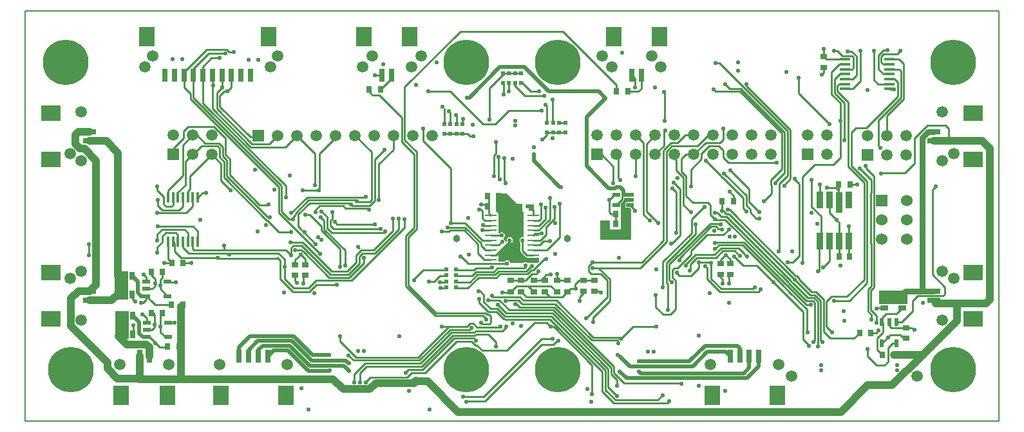
<source format=gbl>
G04*
G04 #@! TF.GenerationSoftware,Altium Limited,Altium Designer,18.1.9 (240)*
G04*
G04 Layer_Physical_Order=4*
G04 Layer_Color=16711680*
%FSLAX44Y44*%
%MOMM*%
G71*
G01*
G75*
%ADD12C,0.2540*%
%ADD13C,0.2000*%
%ADD23R,1.8000X0.7000*%
%ADD24R,2.6000X2.0000*%
%ADD25R,0.7000X1.8000*%
%ADD26R,2.0000X2.6000*%
%ADD29R,0.7000X0.9000*%
%ADD30R,0.9000X0.7000*%
%ADD31R,0.8000X0.9000*%
%ADD32R,1.0000X0.4700*%
%ADD33R,1.1000X0.6000*%
%ADD34R,0.9000X0.8000*%
%ADD41R,0.6000X0.6000*%
%ADD80C,0.5000*%
%ADD81C,1.0000*%
%ADD82C,0.7500*%
%ADD83C,1.5240*%
%ADD84R,1.5240X1.5240*%
%ADD85C,1.5000*%
%ADD86R,1.5000X1.5000*%
%ADD88C,0.5588*%
%ADD89C,6.0000*%
%ADD90R,0.3556X1.4732*%
%ADD91R,0.6500X1.1000*%
%ADD92R,1.5500X0.2500*%
%ADD93R,0.6000X0.6000*%
%ADD94R,0.9000X2.2500*%
%ADD95R,0.9000X2.8000*%
%ADD96R,0.6000X1.1000*%
%ADD97R,1.1000X0.6500*%
%ADD98R,1.4732X0.3556*%
%ADD99C,0.9652*%
G36*
X136000Y108000D02*
X118252D01*
Y145000D01*
X136000D01*
Y108000D01*
D02*
G37*
G36*
X135248Y159750D02*
X117500D01*
Y196750D01*
X135248D01*
Y159750D01*
D02*
G37*
G36*
X647000Y286000D02*
X654000D01*
Y276000D01*
X654897Y275103D01*
X654950Y242924D01*
X654000Y242144D01*
X652414Y241828D01*
X651070Y240930D01*
X650172Y239586D01*
X649856Y238000D01*
X650172Y236414D01*
X651070Y235070D01*
X651410Y234843D01*
Y224000D01*
X651607Y223009D01*
X652169Y222169D01*
X657669Y216669D01*
X658509Y216107D01*
X658980Y216014D01*
Y215980D01*
X659020D01*
X660000Y215000D01*
X676000D01*
Y210145D01*
X673855Y208000D01*
X666719D01*
X665999Y208143D01*
X665279Y208000D01*
X660494D01*
X659255Y208828D01*
X657669Y209144D01*
X656083Y208828D01*
X654844Y208000D01*
X637658D01*
X637478Y208902D01*
X636580Y210246D01*
X635236Y211145D01*
X633650Y211460D01*
X632065Y211145D01*
X630720Y210246D01*
X630493Y209906D01*
X623094D01*
X622000Y211000D01*
Y218337D01*
X637648Y233985D01*
X638586Y234172D01*
X639930Y235070D01*
X640828Y236414D01*
X641144Y238000D01*
X640828Y239586D01*
X639930Y240930D01*
X638586Y241828D01*
X637000Y242144D01*
X635414Y241828D01*
X634070Y240930D01*
X633172Y239586D01*
X632856Y238000D01*
X633070Y236926D01*
X632153Y236074D01*
X631043Y236501D01*
X630827Y237584D01*
X629929Y238929D01*
X628846Y239652D01*
X628671Y240645D01*
X628719Y241095D01*
X629430Y241570D01*
X630328Y242914D01*
X630644Y244500D01*
X630328Y246086D01*
X629430Y247430D01*
X628086Y248328D01*
X626500Y248643D01*
X624914Y248328D01*
X623570Y247430D01*
X623343Y247090D01*
X622000D01*
Y273501D01*
X619000Y276501D01*
Y299859D01*
X619100Y299900D01*
X633100D01*
X647000Y286000D01*
D02*
G37*
G36*
X800000Y293858D02*
Y288178D01*
X788730D01*
Y280938D01*
X794958D01*
X796574Y279321D01*
Y239834D01*
X796199Y238929D01*
X756007D01*
Y264000D01*
X756027Y264021D01*
X768810D01*
Y252443D01*
X769253Y252000D01*
X783270D01*
Y280938D01*
Y287235D01*
X786371Y290336D01*
X786933Y291177D01*
X787130Y292168D01*
Y293714D01*
X795000D01*
X796125Y293938D01*
X799920D01*
X800000Y293858D01*
D02*
G37*
G36*
X1160000Y154000D02*
X1123000D01*
Y172000D01*
X1160000D01*
Y154000D01*
D02*
G37*
D12*
X703000Y279128D02*
Y286250D01*
X702498Y278626D02*
X703000Y279128D01*
X1168000Y120000D02*
X1169000D01*
X1165000Y123000D02*
X1168000Y120000D01*
X547524Y249540D02*
X547650Y249666D01*
X558543Y251000D02*
X577146D01*
X557209Y249666D02*
X558543Y251000D01*
X547650Y249666D02*
X557209D01*
X577146Y251000D02*
X595441Y232705D01*
X685846Y225000D02*
X702498Y241652D01*
Y278626D01*
X668000Y225000D02*
X685846D01*
X1179997Y156000D02*
X1179998Y156000D01*
X233000Y300000D02*
X238000D01*
X227460Y294460D02*
X233000Y300000D01*
X227058Y294460D02*
X227460D01*
X142000Y114751D02*
Y126000D01*
X141750Y114502D02*
X142000Y114751D01*
X926000Y302000D02*
X931426Y296574D01*
Y289000D02*
Y296574D01*
X522882Y369342D02*
Y385000D01*
X498810Y370190D02*
X514810Y354190D01*
X498810Y370190D02*
Y439810D01*
X495000Y367000D02*
X511000Y351000D01*
X495000Y367000D02*
Y399388D01*
X702000Y393000D02*
X710000D01*
X680000Y370641D02*
X686000Y376641D01*
Y380000D01*
X702000D02*
X710000D01*
X694000D02*
X702000D01*
X686000D02*
X694000D01*
X140750Y161250D02*
X145000Y157000D01*
X140750Y161250D02*
Y167000D01*
X773000Y313237D02*
Y335410D01*
X801780Y439220D02*
Y450720D01*
X797500Y455000D02*
X801780Y450720D01*
X632000Y313237D02*
Y315000D01*
X630000Y317000D02*
X632000Y315000D01*
X630000Y317000D02*
Y346000D01*
X875000Y308750D02*
Y331252D01*
X877617Y287333D02*
X897667D01*
X868954Y295996D02*
X877617Y287333D01*
X875000Y331252D02*
X889240Y345493D01*
Y352240D01*
X899000Y362000D01*
X911894D01*
X917557Y356337D01*
Y347035D02*
Y356337D01*
X895000Y342501D02*
X901316Y336185D01*
X901241Y336111D02*
X901316Y336185D01*
X913610Y366251D02*
X918000Y370641D01*
X894560Y366251D02*
X913610D01*
X879200Y350891D02*
X894560Y366251D01*
X924647Y339945D02*
X987655D01*
X917557Y347035D02*
X924647Y339945D01*
X901241Y336111D02*
X913258Y324094D01*
X1012000Y318347D02*
Y319000D01*
Y318347D02*
X1017842Y312505D01*
X1003810Y317008D02*
X1005940Y319138D01*
X1003810Y316810D02*
Y317008D01*
X1043666Y197334D02*
Y235916D01*
X998380Y327000D02*
Y380374D01*
X998000Y327000D02*
X998380D01*
X986000Y315000D02*
X998000Y327000D01*
X1002190Y323814D02*
Y381952D01*
X1002130Y323754D02*
X1002190Y323814D01*
X1002130Y323130D02*
Y323754D01*
X991334Y312334D02*
X1002130Y323130D01*
X911359Y252964D02*
X916000D01*
X1006000Y322235D02*
Y383531D01*
X1005940Y322176D02*
X1006000Y322235D01*
X1005940Y319138D02*
Y322176D01*
X994570Y331570D02*
Y378796D01*
X980666Y317666D02*
X994570Y331570D01*
X939366Y434000D02*
X994570Y378796D01*
X940944Y437810D02*
X998380Y380374D01*
X942522Y441620D02*
X1002190Y381952D01*
X948482Y441048D02*
X1006000Y383531D01*
X916686Y320666D02*
X944000Y293352D01*
X916382Y320666D02*
X916686D01*
X913258Y323791D02*
X916382Y320666D01*
X868954Y295996D02*
Y322114D01*
X868856Y322212D02*
X868954Y322114D01*
X865144Y284558D02*
Y320536D01*
Y284558D02*
X875054Y274648D01*
X843000Y262932D02*
Y354612D01*
X839000Y237388D02*
Y356000D01*
X852421Y314000D02*
X861334Y305087D01*
X851000Y306000D02*
X856000Y301000D01*
X854972Y320000D02*
X858000D01*
X865046Y320634D02*
X865144Y320536D01*
X865046Y320634D02*
Y320954D01*
X856190Y329810D02*
X865046Y320954D01*
X863000Y328388D02*
Y345000D01*
Y328388D02*
X868856Y322532D01*
Y322212D02*
Y322532D01*
X1123500Y327000D02*
X1156400D01*
X154000Y140000D02*
X155000D01*
X160000Y135000D01*
X622000Y320580D02*
Y347491D01*
Y320580D02*
X624000Y318580D01*
X599146Y278354D02*
X600999Y276501D01*
X596449Y278354D02*
X599146D01*
X1192500Y304500D02*
X1197000Y309000D01*
X635607Y434000D02*
Y445000D01*
X1206870Y164790D02*
X1209000Y166920D01*
X1173790Y164790D02*
X1206870D01*
X1167000Y158000D02*
X1173790Y164790D01*
X1192500Y192500D02*
X1209000Y176000D01*
Y166920D02*
Y176000D01*
X1197000Y308750D02*
Y309000D01*
X1192500Y192500D02*
Y304500D01*
X1167000Y145000D02*
Y158000D01*
X1152250Y130250D02*
X1167000Y145000D01*
X1145382Y130250D02*
X1152250D01*
X914891Y227644D02*
X937730D01*
X945354Y220020D01*
Y219422D02*
X947925Y216851D01*
X945354Y219422D02*
Y220020D01*
X939041Y217810D02*
X940020D01*
X933017Y223834D02*
X939041Y217810D01*
X932001Y216999D02*
X944000Y205000D01*
X947925Y216851D02*
X949000D01*
X911670Y191648D02*
X917004Y186314D01*
Y181000D02*
Y186314D01*
X925000Y181000D02*
Y188851D01*
X923925Y189925D02*
X925000Y188851D01*
X777000Y284628D02*
X784540Y292168D01*
Y295868D01*
X786230Y297558D01*
X610000Y438000D02*
X630000Y458000D01*
X623391Y282001D02*
Y295000D01*
X636000Y169000D02*
X636375Y168625D01*
X435190Y208776D02*
Y218150D01*
X423205Y196791D02*
X435190Y208776D01*
Y218150D02*
X441850Y224810D01*
X608390Y285001D02*
X609392Y284000D01*
X599500Y285001D02*
X608390D01*
X609392Y282001D02*
Y284000D01*
X178000Y139000D02*
X182000Y143000D01*
X180000Y188475D02*
Y196000D01*
X177763Y186238D02*
X180000Y188475D01*
X177858Y178540D02*
Y186142D01*
X177763Y186238D02*
X177858Y186142D01*
Y173978D02*
Y178540D01*
X177763Y173882D02*
X177858Y173978D01*
X155000Y156000D02*
X159160Y160160D01*
X152500Y156000D02*
X155000D01*
X177763Y173882D02*
X187160Y164485D01*
X163500Y110500D02*
X177000Y97000D01*
X1054000Y307000D02*
X1065500D01*
X1103000Y186186D02*
Y313925D01*
X1080482Y163668D02*
X1103000Y186186D01*
X1059918Y163668D02*
X1080482D01*
X484200Y357500D02*
Y375878D01*
X465000Y338299D02*
X484200Y357500D01*
X465000Y291250D02*
Y338299D01*
X459351Y290027D02*
Y344351D01*
X455058Y291122D02*
Y354221D01*
X359000Y256000D02*
X382000Y233000D01*
X459351Y344351D02*
X472500Y357500D01*
X452990Y283666D02*
X459351Y290027D01*
X433400Y375878D02*
X455058Y354221D01*
X452602Y288666D02*
X455058Y291122D01*
X522882Y369342D02*
X559620Y332604D01*
X1156400Y327000D02*
X1169000Y339600D01*
Y372052D01*
X1185948Y389000D01*
X1210000D01*
X1214000Y385000D01*
Y368750D02*
Y385000D01*
X1084500Y311000D02*
X1094000D01*
X1012000Y319000D02*
Y319153D01*
X828400Y350891D02*
X840000Y362491D01*
Y381000D01*
X841472Y382472D01*
X918000Y370641D02*
Y385000D01*
X883749Y362000D02*
X898040Y376291D01*
X850388Y362000D02*
X883749D01*
X1106810Y181764D02*
Y315503D01*
X1085954Y336359D02*
X1106810Y315503D01*
X1082144Y334781D02*
X1103000Y313925D01*
X1105536Y332464D02*
X1115972Y322028D01*
X1105000Y336000D02*
X1105536Y335464D01*
Y332464D02*
Y335464D01*
X1082144Y334781D02*
Y419856D01*
X1085954Y336359D02*
Y379954D01*
X1115972Y299214D02*
Y322028D01*
X1115830Y299072D02*
X1115972Y299214D01*
X1115830Y235391D02*
Y299072D01*
Y235391D02*
X1115972Y235249D01*
X1112020Y233813D02*
Y300650D01*
X1112162Y177551D02*
Y233671D01*
X1112020Y233813D02*
X1112162Y233671D01*
Y300792D02*
Y317694D01*
X1112020Y300650D02*
X1112162Y300792D01*
X1096928Y332928D02*
X1112162Y317694D01*
X1108190Y173578D02*
X1112162Y177551D01*
X1108190Y144422D02*
Y173578D01*
Y144422D02*
X1112856Y139756D01*
Y133856D02*
Y139756D01*
X1115972Y175972D02*
Y235249D01*
X1112000Y172000D02*
X1115972Y175972D01*
X1112000Y146000D02*
Y172000D01*
Y146000D02*
X1118998Y139002D01*
Y129000D02*
Y139002D01*
X850810Y189199D02*
Y199000D01*
X853130Y201320D01*
X857863D01*
X860000Y214000D02*
X901982Y255982D01*
X860000Y211320D02*
Y214000D01*
X850330Y233330D02*
X861334Y244334D01*
X848806Y233330D02*
X850330D01*
X843000Y181922D02*
Y207901D01*
X847000Y185465D02*
Y206513D01*
X858821Y218334D01*
X843000Y207901D02*
X857243Y222144D01*
X858946Y218334D02*
X900404Y259792D01*
X857287Y222144D02*
X881352Y246209D01*
X857243Y222144D02*
X857287D01*
X858821Y218334D02*
X858946D01*
X866647Y210334D02*
X866877D01*
X863522Y207209D02*
X866647Y210334D01*
X838522Y209522D02*
X876000Y247000D01*
X838522Y176000D02*
Y209522D01*
X900404Y259792D02*
X913451D01*
X857863Y201320D02*
X863522Y206979D01*
X856484Y194974D02*
Y195152D01*
Y194974D02*
X860329Y191129D01*
X866877Y210334D02*
X875721Y219177D01*
X863522Y206979D02*
Y207209D01*
X813000Y272000D02*
X821000Y264000D01*
X813000Y272000D02*
Y346652D01*
X816810Y276190D02*
Y314810D01*
Y276190D02*
X832000Y261000D01*
X810945Y209334D02*
X839000Y237388D01*
X832000Y260320D02*
Y261000D01*
X808737Y201737D02*
X843144Y236144D01*
Y262787D01*
X843000Y262932D02*
X843144Y262787D01*
X816810Y314810D02*
X817000Y315000D01*
Y365000D01*
X828291Y376291D01*
X828400D01*
X813000Y346652D02*
X813040Y346693D01*
Y366251D01*
X803000Y376291D02*
X813040Y366251D01*
X918592Y275865D02*
Y277075D01*
X779671Y319617D02*
X782144Y317144D01*
X803000Y322449D02*
Y350891D01*
X757519D02*
X773000Y335410D01*
X752200Y350891D02*
X757519D01*
X779671Y319617D02*
Y348821D01*
X777600Y350891D02*
X779671Y348821D01*
X839000Y140000D02*
X848498D01*
X829000Y150000D02*
X839000Y140000D01*
X829000Y150000D02*
Y166000D01*
X848498Y140000D02*
X855334Y146836D01*
Y184675D01*
X850810Y189199D02*
X855334Y184675D01*
X844810Y169267D02*
Y180112D01*
X844608Y169065D02*
X844810Y169267D01*
X843000Y181922D02*
X844810Y180112D01*
X729000Y157955D02*
Y163000D01*
X734000Y168000D01*
Y170500D01*
X748000D02*
X756007D01*
X757006Y169500D01*
X765000Y163000D02*
Y185000D01*
X768810Y157810D02*
Y186578D01*
X737000Y135000D02*
X765000Y163000D01*
X756476Y193524D02*
X765000Y185000D01*
X746000Y135000D02*
X768810Y157810D01*
X754579Y200809D02*
X768810Y186578D01*
X847000Y185465D02*
X850000Y182465D01*
X844608Y146653D02*
Y169065D01*
X868856Y206560D02*
X881106Y218810D01*
X868856Y205000D02*
Y206560D01*
X875721Y219177D02*
Y224333D01*
X896388Y245000D01*
X917557D01*
X925000Y252443D01*
X221250Y425416D02*
X337144Y309522D01*
X251137Y390141D02*
X333334Y307944D01*
Y302791D02*
Y307944D01*
X337144Y301213D02*
Y309522D01*
X337000Y301068D02*
X337144Y301213D01*
X337000Y276000D02*
Y301068D01*
X333190Y302647D02*
X333334Y302791D01*
X333190Y274422D02*
Y302647D01*
X579999Y26191D02*
X604579D01*
X603000Y32000D02*
X679000Y108000D01*
X692999D01*
X604579Y26191D02*
X645974Y67585D01*
X188000Y129500D02*
X188000Y129500D01*
X196000D01*
X187160Y183485D02*
X187645Y183000D01*
X198000D01*
X579999Y25000D02*
Y26191D01*
X575999Y32000D02*
X603000D01*
X645974Y67585D02*
X646350D01*
Y67962D01*
X679388Y101000D01*
X694526D01*
X698932Y105406D01*
X700906D01*
X898040Y376291D02*
X904600D01*
X843000Y354612D02*
X850388Y362000D01*
X754579Y201737D02*
X808737D01*
X754579Y200809D02*
Y201737D01*
X746000D02*
X754579D01*
X746393Y130501D02*
Y134607D01*
X746000Y135000D02*
X746393Y134607D01*
X867999Y376291D02*
X879200D01*
X857959Y366251D02*
X867999Y376291D01*
X849251Y366251D02*
X857959D01*
X1140250Y102250D02*
X1145382D01*
X1134099Y96099D02*
X1140250Y102250D01*
X1134099Y78099D02*
Y96099D01*
X1129750Y73750D02*
X1134099Y78099D01*
X1118850Y73750D02*
X1129750D01*
X1107000Y85600D02*
Y95000D01*
Y85600D02*
X1118850Y73750D01*
X839000Y356000D02*
X849251Y366251D01*
X746000Y209334D02*
X810945D01*
X740666Y204000D02*
X746000Y209334D01*
X740666Y197334D02*
X744476Y193524D01*
X756476D01*
X740666Y197334D02*
Y204000D01*
X1120000Y93882D02*
X1126882Y87000D01*
X698250Y158750D02*
X746899Y110101D01*
X654948Y158750D02*
X698250D01*
X697165Y154000D02*
X744874Y106291D01*
X654000Y154000D02*
X697165D01*
X695776Y150000D02*
X774110Y71666D01*
X650000Y150000D02*
X695776D01*
X694388Y146000D02*
X770300Y70088D01*
X636457Y146000D02*
X694388D01*
X693000Y142000D02*
X766490Y68510D01*
X632190Y142000D02*
X693000D01*
X691612Y138000D02*
X762680Y66932D01*
X631000Y138000D02*
X691612D01*
X690224Y134000D02*
X758870Y65353D01*
X630946Y134000D02*
X690224D01*
X686147Y129000D02*
X691000Y124147D01*
X669666Y129000D02*
X686147D01*
X648666Y159334D02*
X654000Y154000D01*
X633402Y92736D02*
X669666Y129000D01*
X650364Y163334D02*
X654948Y158750D01*
X630756Y134190D02*
X630946Y134000D01*
X723000Y175334D02*
X724000Y174334D01*
X717084D02*
X724000D01*
X615666Y163334D02*
X650364D01*
X633334Y159334D02*
X648666D01*
X644000Y154000D02*
X646000D01*
X690250Y163000D02*
X705750D01*
X881352Y246209D02*
Y258648D01*
X671333Y201815D02*
X682517Y213000D01*
X685000D01*
X1134099Y109967D02*
X1137132Y113000D01*
X1126382Y102250D02*
X1134099Y109967D01*
X1158480Y123000D02*
X1165000D01*
X1053620Y124380D02*
X1061000Y117000D01*
X1053620Y124380D02*
Y157370D01*
X1059918Y163668D01*
X1090000Y109000D02*
X1097000Y116000D01*
X1058500Y109000D02*
X1090000D01*
X1049810Y117690D02*
X1058500Y109000D01*
X1017332Y186056D02*
X1033624Y169764D01*
X1017332Y186056D02*
Y188209D01*
X1014207Y191334D02*
X1017332Y188209D01*
X1012052Y191334D02*
X1014207D01*
X1011720Y191666D02*
X1012052Y191334D01*
X1011720Y191666D02*
Y192280D01*
X1049810Y117690D02*
Y159898D01*
X1039944Y169764D02*
X1049810Y159898D01*
X1033624Y169764D02*
X1039944D01*
X1063793Y158334D02*
X1083380D01*
X1106810Y181764D01*
X1147371Y427370D02*
Y445658D01*
X1151180Y425792D02*
Y461012D01*
X1154990Y424214D02*
Y470186D01*
X1106000Y386000D02*
X1147371Y427370D01*
X1142886Y450142D02*
X1147371Y445658D01*
X1121450Y396062D02*
X1151180Y425792D01*
X1148842Y463350D02*
X1151180Y461012D01*
X1133000Y402224D02*
X1154990Y424214D01*
X1148872Y476304D02*
X1154990Y470186D01*
X600782Y92736D02*
X633402D01*
X593478Y100040D02*
X600782Y92736D01*
X591415Y100040D02*
X593478D01*
X586358Y105097D02*
X591415Y100040D01*
X590092Y108907D02*
X592999Y106000D01*
X563460Y108907D02*
X590092D01*
X591649Y112717D02*
X592932Y114000D01*
X590070Y116527D02*
X592209Y118666D01*
X593877Y123666D02*
X624665D01*
X589209Y128334D02*
X593877Y123666D01*
X584791Y128334D02*
X589209D01*
X584182Y120337D02*
X586845Y123000D01*
X580604Y124147D02*
X584791Y128334D01*
X557147Y124147D02*
X580604D01*
X586845Y123000D02*
X587000D01*
X522138Y67585D02*
X563460Y108907D01*
X503585Y67585D02*
X522138D01*
X525664Y63500D02*
X567262Y105097D01*
X508042Y63500D02*
X525664D01*
X567262Y105097D02*
X586358D01*
X521165Y72000D02*
X561881Y112717D01*
X448500Y72000D02*
X521165D01*
X561881Y112717D02*
X591649D01*
X519776Y76000D02*
X560303Y116527D01*
X447000Y76000D02*
X519776D01*
X560303Y116527D02*
X590070D01*
X431380Y80000D02*
X518388D01*
X558725Y120337D02*
X584182D01*
X518388Y80000D02*
X558725Y120337D01*
X516810Y83810D02*
X557147Y124147D01*
X547411D02*
X557147D01*
X435190Y83810D02*
X516810D01*
X529999Y433999D02*
X530112Y433886D01*
X558893D01*
X601779Y391000D01*
X617638D01*
X635819Y409181D01*
X678819D01*
X693000Y394000D02*
Y423151D01*
X656865Y428485D02*
X682000D01*
X664922Y434000D02*
X675931D01*
X599000Y129832D02*
X600832Y128000D01*
X572059Y513059D02*
X706941D01*
X498810Y439810D02*
X572059Y513059D01*
X777500Y434000D02*
Y442500D01*
X706941Y513059D02*
X777500Y442500D01*
X610000Y128000D02*
X612383Y130383D01*
X514810Y253380D02*
Y354190D01*
X500000Y243958D02*
X511000Y254958D01*
Y351000D01*
X503810Y242380D02*
X514810Y253380D01*
X503810Y178882D02*
Y242380D01*
Y178882D02*
X540527Y142165D01*
X605447D01*
X607422Y140190D01*
X609930D01*
X612383Y137738D01*
Y130383D02*
Y137738D01*
X602270Y138355D02*
X606000Y134625D01*
Y134000D02*
Y134625D01*
X600832Y128000D02*
X610000D01*
X624665Y123666D02*
X624999Y124000D01*
X599000Y129000D02*
Y129832D01*
X596999Y156001D02*
X609000Y144000D01*
X619414D01*
X629034Y134380D01*
X629232D01*
X629422Y134190D01*
X630756D01*
X611849Y148000D02*
X618647D01*
X618791Y147856D01*
X620946D01*
X630612Y138190D01*
X630810D01*
X631000Y138000D01*
X603058Y156791D02*
X611849Y148000D01*
X465550Y428838D02*
X495000Y399388D01*
X500000Y177304D02*
Y243958D01*
Y177304D02*
X538949Y138355D01*
X602270D01*
X452500Y433338D02*
X457000Y428838D01*
X452500Y433338D02*
Y437000D01*
X457000Y428838D02*
X465550D01*
X545456Y191000D02*
X553500D01*
X537942Y183485D02*
X545456Y191000D01*
X522882Y199000D02*
X553500D01*
X511000Y185000D02*
Y187118D01*
X522882Y199000D01*
X531000Y183485D02*
X537942D01*
X545000Y183000D02*
X553500D01*
X546000Y175000D02*
X553500D01*
X553500Y175000D01*
X553500Y183000D02*
X553500Y183000D01*
X566500Y175000D02*
X582000D01*
X566500Y183000D02*
X584612D01*
X566500Y191000D02*
X587223D01*
X614000Y201737D02*
Y203000D01*
X566500Y199000D02*
X589835D01*
X481700Y451200D02*
Y455000D01*
X467500Y437000D02*
X481700Y451200D01*
X459601Y455000D02*
X469200D01*
X652000Y458000D02*
X654000D01*
X644000D02*
X652000D01*
X636000D02*
X644000D01*
X630000D02*
X636000D01*
X619100Y352250D02*
Y367000D01*
X616000Y349150D02*
X619100Y352250D01*
X616000Y322449D02*
Y349150D01*
X585000Y375000D02*
X589000D01*
X582000Y378000D02*
X585000Y375000D01*
X575000Y378000D02*
X582000D01*
X567000D02*
X575000D01*
X559000D02*
X567000D01*
X551000D02*
X559000D01*
X810000Y437810D02*
Y455000D01*
X806076Y433886D02*
X810000Y437810D01*
X792614Y433886D02*
X806076D01*
X792500Y434000D02*
X792614Y433886D01*
X841000Y395553D02*
Y432000D01*
X840000Y433000D02*
X841000Y432000D01*
X801780Y439220D02*
X802000Y439000D01*
X84000Y218000D02*
Y233000D01*
X629430Y429570D02*
Y445000D01*
X643607Y442608D02*
X644804Y443804D01*
X643607Y441743D02*
Y442608D01*
Y441743D02*
X656865Y428485D01*
X684000Y416000D02*
X686000Y414000D01*
Y393000D02*
Y414000D01*
X1136689Y437000D02*
X1142037D01*
X1136500Y437188D02*
X1136689Y437000D01*
X1131832Y437188D02*
X1136500D01*
X787460Y287960D02*
X790558Y291058D01*
X787460Y278540D02*
X790000Y276000D01*
X787460Y278540D02*
Y287960D01*
X790558Y291058D02*
X795000D01*
X790000Y259648D02*
Y272740D01*
X776000Y259648D02*
Y272740D01*
X802000Y277075D02*
Y277558D01*
X795000Y284558D02*
X802000Y277558D01*
X790000Y272740D02*
Y276000D01*
X770260Y272740D02*
X776000D01*
X767689Y275311D02*
X770260Y272740D01*
X767689Y275311D02*
Y290794D01*
X774453Y297558D02*
X777000D01*
X767689Y290794D02*
X774453Y297558D01*
X610000Y397000D02*
Y438000D01*
X664922Y434000D02*
X664961Y434039D01*
X654000Y445000D02*
X664961Y434039D01*
X693000Y394000D02*
X694000Y393000D01*
X551000Y391000D02*
Y411653D01*
X559000Y391000D02*
Y406319D01*
X567000Y391000D02*
Y401985D01*
X575000Y391000D02*
Y397339D01*
X723000Y175334D02*
Y180229D01*
X728271Y185500D01*
X734000D01*
X748000D01*
X381000Y310810D02*
Y352000D01*
X357200Y375800D02*
X381000Y352000D01*
X357200Y375800D02*
Y375878D01*
X387000Y305000D02*
Y352000D01*
X386000Y304000D02*
X387000Y305000D01*
X365000Y304000D02*
X386000D01*
X926799Y330201D02*
X951620Y305380D01*
X387000Y352000D02*
X408000Y373000D01*
X270690Y221000D02*
X332750D01*
X215000D02*
X268750D01*
Y219060D02*
X270690Y221000D01*
X330668Y213726D02*
X331971Y215029D01*
X254274Y213726D02*
X330668D01*
X253000Y215000D02*
X254274Y213726D01*
X261190Y224810D02*
X342884D01*
X349666Y218028D01*
X248258Y224810D02*
X261190D01*
X261380Y225000D01*
Y230620D01*
X159160Y160160D02*
Y164485D01*
X186000Y97000D02*
X187000Y98000D01*
X177000Y97000D02*
X186000D01*
X170646Y153000D02*
X192500D01*
X165645Y158000D02*
X170646Y153000D01*
X183000Y208000D02*
X193000D01*
X183750Y450250D02*
Y455000D01*
X308395Y284600D02*
X319600D01*
X268810Y324185D02*
X308395Y284600D01*
X268810Y324185D02*
Y344966D01*
X249559Y386331D02*
X263620Y372270D01*
Y350156D02*
Y372270D01*
Y350156D02*
X268810Y344966D01*
X249440Y391810D02*
Y391838D01*
X217440Y423838D02*
X249440Y391838D01*
X217440Y423838D02*
Y430560D01*
X208750Y439250D02*
X217440Y430560D01*
X208750Y439250D02*
Y455000D01*
X251109Y390141D02*
X251137D01*
X249440Y391810D02*
X251109Y390141D01*
X364791Y235000D02*
X403000Y196791D01*
X349000Y235000D02*
X364791D01*
X363068Y231000D02*
X401258Y192810D01*
X352543Y231000D02*
X363068D01*
X363341Y225000D02*
X364007Y224334D01*
X355000Y225000D02*
X363341D01*
X364007Y224334D02*
X364209D01*
X366203Y222340D01*
X343000Y264457D02*
X387457Y220000D01*
X366340Y222340D02*
X399680Y189000D01*
X366203Y222340D02*
X366340D01*
X355025Y212025D02*
X362000Y219000D01*
X368025Y212975D01*
X333218Y249000D02*
X350000D01*
X325779Y256439D02*
X333218Y249000D01*
X325779Y256439D02*
Y256763D01*
X318146Y264396D02*
X325779Y256763D01*
X317822Y264396D02*
X318146D01*
X319400Y268206D02*
X322000D01*
X387457Y220000D02*
X388000D01*
X343000Y264457D02*
Y264612D01*
X359000Y256000D02*
Y269818D01*
X333190Y274422D02*
X343000Y264612D01*
X350000Y273750D02*
X370822Y294572D01*
X355334Y273696D02*
X372401Y290762D01*
X368000Y272000D02*
X374000D01*
X359144Y272118D02*
X373979Y286952D01*
X359144Y269962D02*
Y272118D01*
X359000Y269818D02*
X359144Y269962D01*
X347000Y266000D02*
X352000D01*
Y268206D01*
X337000Y276000D02*
X347000Y266000D01*
X342750Y294750D02*
Y309305D01*
X233750Y418304D02*
X342750Y309305D01*
X245000Y478000D02*
X256000D01*
X233750Y466750D02*
X245000Y478000D01*
X233750Y455000D02*
Y466750D01*
X241334Y484000D02*
X263000D01*
X221250Y463917D02*
X241334Y484000D01*
X221250Y455000D02*
Y463917D01*
X238334Y489334D02*
X265209D01*
X208750Y459750D02*
X238334Y489334D01*
X208750Y455000D02*
Y459750D01*
X265209Y489334D02*
X268543Y486000D01*
X274000D01*
X259810Y348578D02*
Y360578D01*
X254388Y366000D02*
X259810Y360578D01*
X253000Y362000D02*
X256000Y359000D01*
Y347000D02*
Y359000D01*
X233750Y418304D02*
Y455000D01*
X246666Y410946D02*
X296698Y360914D01*
X246666Y410946D02*
Y441666D01*
X252000Y411000D02*
X298276Y364724D01*
X252000Y411000D02*
Y432750D01*
X221250Y425416D02*
Y455000D01*
X259810Y348578D02*
X265000Y343388D01*
X256000Y347000D02*
X261190Y341810D01*
X296698Y360914D02*
X342236D01*
X298276Y364724D02*
X320646D01*
X296000Y374000D02*
X299750D01*
X255810Y414190D02*
X296000Y374000D01*
X255810Y414190D02*
Y428430D01*
X236000Y366000D02*
X254388D01*
X265000Y322607D02*
Y343388D01*
X261190Y321028D02*
Y341810D01*
X342236Y360914D02*
X357200Y375878D01*
X299750Y374000D02*
X301628Y375878D01*
X319600Y284600D02*
X320000Y285000D01*
X265000Y322607D02*
X319400Y268206D01*
X214324Y388000D02*
X247862D01*
X208000Y381676D02*
X214324Y388000D01*
X208000Y372500D02*
Y381676D01*
X194600Y359100D02*
X208000Y372500D01*
X249530Y386331D02*
X249559D01*
X247862Y388000D02*
X249530Y386331D01*
X232000Y362000D02*
X253000D01*
X194600Y350891D02*
Y359100D01*
X559620Y261000D02*
Y332604D01*
X429762Y283666D02*
X452990D01*
X436334Y288666D02*
X452602D01*
X452000Y278000D02*
Y278712D01*
X450856Y279856D02*
X452000Y278712D01*
X428000Y285428D02*
X429762Y283666D01*
X417858Y283142D02*
X421144Y279856D01*
X370822Y294572D02*
X447572D01*
X447999Y294999D01*
X421144Y279856D02*
X450856D01*
X436000Y289000D02*
X436334Y288666D01*
X434238Y290762D02*
X436000Y289000D01*
X372401Y290762D02*
X434238D01*
X408000Y373000D02*
Y375878D01*
X331971Y215029D02*
X335441Y211559D01*
X248068Y225000D02*
X248258Y224810D01*
X332750Y221000D02*
X340775Y212975D01*
X196578Y223068D02*
X204606Y215040D01*
X252960D01*
X253000Y215000D01*
X222000Y225000D02*
X248068D01*
X266000Y434000D02*
X266000D01*
X261380D02*
X266000D01*
X255810Y428430D02*
X261380Y434000D01*
X266000D02*
X271000Y439000D01*
X252000Y432750D02*
X258750Y439501D01*
Y455000D01*
X301628Y375878D02*
X306400D01*
X246666Y441666D02*
X247000Y442000D01*
X320646Y364724D02*
X331800Y375878D01*
X246250Y442750D02*
Y455000D01*
Y442750D02*
X247000Y442000D01*
X271000Y454750D02*
X271250Y455000D01*
X271000Y439000D02*
Y454750D01*
X196250Y450328D02*
Y455000D01*
X283750Y451142D02*
Y455000D01*
X296250Y450892D02*
Y455000D01*
X373138Y170000D02*
X382471Y179333D01*
X352278Y170000D02*
X373138D01*
X382471Y179333D02*
X410000D01*
X398102Y185190D02*
X427768D01*
X399680Y189000D02*
X426190D01*
X401258Y192810D02*
X424612D01*
X403000Y196791D02*
X423205D01*
X429522Y185250D02*
X499000Y254729D01*
X427828Y185250D02*
X429522D01*
X427768Y185190D02*
X427828Y185250D01*
X398042D02*
X398102Y185190D01*
X383000Y185250D02*
X398042D01*
X372750Y175000D02*
X383000Y185250D01*
X352666Y175000D02*
X372750D01*
X335441Y186837D02*
X352278Y170000D01*
X335441Y186837D02*
Y211559D01*
X340775Y203000D02*
Y212975D01*
Y186891D02*
X352666Y175000D01*
X349666Y218028D02*
X349694Y218000D01*
X458305Y224810D02*
X483758Y250263D01*
X441850Y224810D02*
X458305D01*
X459883Y221000D02*
X491000Y252117D01*
X443428Y221000D02*
X459883D01*
X439000Y216572D02*
X443428Y221000D01*
X499000Y254729D02*
Y266105D01*
X340775Y186891D02*
Y203000D01*
X483758Y250263D02*
Y266559D01*
X444971Y207781D02*
Y215000D01*
X439000Y207198D02*
Y216572D01*
X491000Y252117D02*
Y266343D01*
X424612Y192810D02*
X439000Y207198D01*
X349666Y228166D02*
X351166Y229666D01*
X349666Y218028D02*
Y228166D01*
X426190Y189000D02*
X444971Y207781D01*
X351209Y229666D02*
X352543Y231000D01*
X351166Y229666D02*
X351209D01*
X355025Y184250D02*
X357275Y182000D01*
X355025Y184250D02*
Y192000D01*
X387142Y283142D02*
X417858D01*
X381791Y277791D02*
X387142Y283142D01*
X381791Y275209D02*
Y277791D01*
X426476Y286952D02*
X428000Y285428D01*
X373979Y286952D02*
X426476D01*
X689727Y266343D02*
X689999Y266071D01*
X688020Y264093D02*
X689999Y266071D01*
X689727Y266343D02*
Y294000D01*
X688020Y264021D02*
Y264093D01*
X675020Y251020D02*
X688020Y264021D01*
X668000Y251000D02*
X668020Y251020D01*
X675020D01*
X696000Y266685D02*
Y282000D01*
X691831Y262515D02*
X696000Y266685D01*
X691831Y262442D02*
Y262515D01*
X685000Y255612D02*
X691831Y262442D01*
X685000Y245473D02*
Y255612D01*
X677648Y238120D02*
X685000Y245473D01*
X677648Y238036D02*
Y238120D01*
X668000Y238000D02*
X677612D01*
X677648Y238036D01*
X678000Y285000D02*
X678290Y284710D01*
Y266291D02*
Y284710D01*
X675999Y264000D02*
X678290Y266291D01*
X668000Y264000D02*
X675999D01*
X684000Y266000D02*
Y281000D01*
X675500Y257500D02*
X684000Y266000D01*
X668000Y257500D02*
X675500D01*
X578534Y255000D02*
X599251Y234284D01*
X555000Y255000D02*
X578534D01*
X577922Y261000D02*
X600922Y238000D01*
X559620Y261000D02*
X577922D01*
X403101Y248016D02*
X473000D01*
Y249000D02*
X473540Y249540D01*
X405190Y252810D02*
X467110D01*
X467650Y253350D01*
X397000Y254117D02*
X403101Y248016D01*
X407000Y262000D02*
X410000Y259000D01*
X459351D01*
X600999Y251000D02*
X610795D01*
X602000Y257587D02*
X602270Y257857D01*
X374000Y272000D02*
X389380Y256620D01*
X352000Y268206D02*
X355334Y271540D01*
Y273696D01*
X389380Y250961D02*
Y256620D01*
Y250961D02*
X413999Y226341D01*
Y203000D02*
Y226341D01*
X389000Y268000D02*
X393190Y263810D01*
Y252539D02*
Y263810D01*
Y252539D02*
X421000Y224729D01*
Y205000D02*
Y224729D01*
X397000Y254117D02*
Y269041D01*
X389791Y276250D02*
X397000Y269041D01*
X401000Y263543D02*
X404000Y266543D01*
X401000Y257000D02*
Y263543D01*
Y257000D02*
X405190Y252810D01*
X404000Y266543D02*
Y274648D01*
X913258Y323791D02*
Y324094D01*
X918592Y326000D02*
X947810Y296782D01*
Y283983D02*
Y296782D01*
X926799Y330201D02*
X927000D01*
X951620Y288380D02*
Y305380D01*
X257380Y316562D02*
X270000Y303942D01*
X257380Y316562D02*
Y338911D01*
X245400Y350891D02*
X257380Y338911D01*
X261190Y321028D02*
X317822Y264396D01*
X220891Y350891D02*
X232000Y362000D01*
X220000Y350891D02*
X220891D01*
X225709Y376291D02*
X236000Y366000D01*
X216617Y322108D02*
X245400Y350891D01*
X216617Y305617D02*
Y322108D01*
X210810Y341701D02*
X220000Y350891D01*
X210810Y310810D02*
Y341701D01*
X200896Y300896D02*
X210810Y310810D01*
X187942Y303942D02*
X207000Y323000D01*
Y363291D01*
X220000Y376291D01*
X225709D01*
X856190Y329810D02*
Y343410D01*
X853800Y345800D02*
X856190Y343410D01*
X853800Y345800D02*
Y350891D01*
X901001Y271999D02*
X907000Y266000D01*
X901001Y271999D02*
Y284000D01*
X897667Y287333D02*
X901001Y284000D01*
X892004Y281999D02*
X892998D01*
X876000Y265996D02*
X892004Y281999D01*
X863000Y345000D02*
X868891Y350891D01*
X879200D01*
X953334Y274666D02*
Y278459D01*
X947810Y283983D02*
X953334Y278459D01*
Y274666D02*
X961352Y266648D01*
X965000D01*
X948482Y441048D02*
Y443280D01*
X998000Y311000D02*
X1003810Y316810D01*
X998000Y310000D02*
Y311000D01*
X1045000Y290750D02*
Y311000D01*
X916000Y252000D02*
Y252964D01*
X908341Y255982D02*
X911359Y252964D01*
X901982Y255982D02*
X908341D01*
X1057500Y210690D02*
Y237250D01*
X861334Y244334D02*
Y305087D01*
X886334Y209334D02*
X900666D01*
X902000Y208000D01*
X886000Y209000D02*
X886334Y209334D01*
X1049000Y202190D02*
X1057500Y210690D01*
X1049000Y202000D02*
Y202190D01*
X902000Y187000D02*
Y208000D01*
X886000Y201566D02*
Y209000D01*
X875563Y191129D02*
X886000Y201566D01*
X915000Y174000D02*
X957000D01*
X959000Y176000D01*
X860329Y191129D02*
X875563D01*
X902000Y187000D02*
X915000Y174000D01*
X986000Y313000D02*
Y315000D01*
X925952Y437810D02*
X940944D01*
X920482Y443280D02*
X925952Y437810D01*
X1046275Y238525D02*
Y269725D01*
X1034000Y282000D02*
X1046275Y269725D01*
X1045000Y237250D02*
X1046275Y238525D01*
X1043666Y235916D02*
X1045000Y237250D01*
X1041993Y197334D02*
X1043666D01*
X1034000Y282000D02*
Y317000D01*
X913422Y170190D02*
X964190D01*
X967000Y173000D01*
X856000Y247698D02*
Y301000D01*
X894131Y204000D02*
X896666Y201464D01*
Y186946D02*
Y201464D01*
Y186946D02*
X913422Y170190D01*
X894000Y204000D02*
X894131D01*
X1071476Y346976D02*
Y395553D01*
X1062500Y338000D02*
X1071476Y346976D01*
X1038305Y338000D02*
X1062500D01*
X1021653Y321348D02*
X1038305Y338000D01*
X914964Y268930D02*
X922069D01*
X909895Y274000D02*
X914964Y268930D01*
X906998Y274000D02*
X909895D01*
X876000Y247000D02*
Y265996D01*
X881106Y218810D02*
X906057D01*
X874334Y198535D02*
Y206650D01*
X873799Y198000D02*
X874334Y198535D01*
Y206650D02*
X882684Y215000D01*
X906057Y218810D02*
X914891Y227644D01*
X1017842Y217843D02*
Y312505D01*
X1009334Y209334D02*
X1017842Y217843D01*
X1002334Y209334D02*
X1009334D01*
X1021653Y208000D02*
Y321348D01*
X925926Y278074D02*
X1011720Y192280D01*
X990436Y223135D02*
X991334Y224033D01*
X923925Y278074D02*
X925926D01*
X925257Y272740D02*
X1011998Y186000D01*
X921716Y272740D02*
X925257D01*
X943089Y231454D02*
X995234Y179309D01*
X911997Y231454D02*
X943089D01*
X995234Y179056D02*
Y179309D01*
X944667Y235264D02*
X999044Y180887D01*
X920199Y265121D02*
X1002854Y182465D01*
X969605Y221395D02*
X1006664Y184336D01*
X951620Y288380D02*
X965352Y274648D01*
X944000Y280250D02*
Y293352D01*
Y280250D02*
X948000Y276250D01*
X907879Y265121D02*
X920199D01*
X1012612Y186000D02*
X1013000Y185612D01*
X918592Y275865D02*
X921716Y272740D01*
X916426Y277075D02*
X918592D01*
X1119000Y116000D02*
X1122000Y119000D01*
X1120000Y109000D02*
X1127334Y116334D01*
Y129298D01*
X1126382Y130250D02*
X1127334Y129298D01*
X1112000Y116000D02*
X1119000D01*
X1120000Y93882D02*
Y109000D01*
X1119000Y148000D02*
X1119500Y148500D01*
X1129382D01*
X1126382Y130250D02*
Y135382D01*
X1132000Y141000D01*
X1145882D01*
X1153382Y148500D01*
X1137132Y113000D02*
X1151000D01*
X1155000Y109000D01*
X1158480D01*
X1157690Y122210D02*
X1158480Y123000D01*
X1138790Y122210D02*
X1157690D01*
X1135882Y125118D02*
X1138790Y122210D01*
X1135882Y125118D02*
Y130250D01*
X1009789Y180666D02*
X1010334D01*
X1006664Y183790D02*
X1009789Y180666D01*
X1006664Y183790D02*
Y184336D01*
X1005307Y169236D02*
X1027666Y146877D01*
X1006886Y173046D02*
X1026931Y153000D01*
X1005054Y169236D02*
X1005307D01*
X995234Y179056D02*
X1005054Y169236D01*
X1006632Y173046D02*
X1006886D01*
X999044Y180634D02*
X1006632Y173046D01*
X999044Y180634D02*
Y180887D01*
X1008464Y176856D02*
X1026985Y158334D01*
X1008210Y176856D02*
X1008464D01*
X1002854Y182212D02*
X1008210Y176856D01*
X1002854Y182212D02*
Y182465D01*
X1010334Y180666D02*
X1028856Y162144D01*
X1013000Y185000D02*
Y185612D01*
Y185000D02*
X1032046Y165954D01*
X969605Y221395D02*
X969605D01*
X922069Y268930D02*
X969605Y221395D01*
X1046000Y106000D02*
X1048000Y104000D01*
X1046000Y106000D02*
Y158320D01*
X1038366Y165954D02*
X1046000Y158320D01*
X1032046Y165954D02*
X1038366D01*
X1028856Y162144D02*
X1036787D01*
X1026985Y158334D02*
X1035209D01*
X1036787Y162144D02*
X1042144Y156788D01*
Y156733D02*
Y156788D01*
X1038380Y106380D02*
Y150791D01*
X1038334D02*
X1038380D01*
X1042144Y156733D02*
X1042190Y156687D01*
X1038334Y150791D02*
Y155209D01*
X1035209Y158334D02*
X1038334Y155209D01*
X908264Y235264D02*
X944667D01*
X1026931Y153000D02*
X1033000D01*
X1027666Y118334D02*
Y146877D01*
X1023000Y106998D02*
Y144000D01*
X984000Y183000D02*
X1023000Y144000D01*
X962000Y205000D02*
X984000Y183000D01*
X944000Y205000D02*
X962000D01*
X1042190Y98000D02*
Y156687D01*
X907000Y266000D02*
X907879Y265121D01*
X913998Y259000D02*
Y259245D01*
X913451Y259792D02*
X913998Y259245D01*
X454166Y57666D02*
X502208D01*
X448000Y51499D02*
X454166Y57666D01*
X502208D02*
X508042Y63500D01*
X448000Y51000D02*
Y51499D01*
X499999Y63000D02*
Y63999D01*
X503585Y67585D01*
X592209Y118666D02*
X627208D01*
X592932Y114000D02*
X609000D01*
X619070Y98070D02*
Y103930D01*
X609000Y114000D02*
X619070Y103930D01*
X745000Y35000D02*
Y73836D01*
X694688Y124147D02*
X745000Y73836D01*
X691000Y124147D02*
X694688D01*
X916426Y277075D02*
Y289000D01*
X882684Y215000D02*
X908170D01*
X917004Y223834D01*
X907192Y226648D02*
X911997Y231454D01*
X907000Y234000D02*
X908264Y235264D01*
X917004Y223834D02*
X933017D01*
X906352Y226648D02*
X907192D01*
X207000Y208000D02*
X218000D01*
X187942Y213058D02*
X193000Y208000D01*
X187942Y213058D02*
Y236040D01*
X438000Y229000D02*
X439000Y228000D01*
X355025Y206000D02*
Y212025D01*
X368025Y206000D02*
Y212975D01*
X366025Y190000D02*
X368025Y192000D01*
X366025Y181000D02*
Y190000D01*
X713000Y170250D02*
X717084Y174334D01*
X616208Y207334D02*
X616226Y207316D01*
X611789Y207334D02*
X616208D01*
X611772Y207316D02*
X611789Y207334D01*
X582451Y207316D02*
X611772D01*
X572768Y217000D02*
X582451Y207316D01*
X604000Y212000D02*
X612000D01*
X595441Y220559D02*
X604000Y212000D01*
X595441Y220559D02*
Y232705D01*
X616208Y196666D02*
X620687Y201144D01*
X656330D01*
X592889Y196666D02*
X616208D01*
X587223Y191000D02*
X592889Y196666D01*
X584612Y183000D02*
X594467Y192856D01*
X582000Y175000D02*
X596046Y189046D01*
X571999Y217000D02*
X572768D01*
X623843Y193524D02*
X660294D01*
X619365Y189046D02*
X623843Y193524D01*
X596046Y189046D02*
X619365D01*
X622265Y197334D02*
X658716D01*
X617786Y192856D02*
X622265Y197334D01*
X594467Y192856D02*
X617786D01*
X613999Y202000D02*
Y202999D01*
X614000Y203000D01*
X616226Y207316D02*
X633650D01*
X613738Y201476D02*
X614000Y201737D01*
X592311Y201476D02*
X613738D01*
X589835Y199000D02*
X592311Y201476D01*
X599251Y231000D02*
Y234284D01*
Y231000D02*
X605251Y225000D01*
X612000D01*
X600922Y238000D02*
X612000D01*
X671855Y193856D02*
X674999Y197000D01*
X652000Y185250D02*
X657408D01*
X666013Y193856D02*
X671855D01*
X657408Y185250D02*
X666013Y193856D01*
X665435Y198666D02*
X668208D01*
X660294Y193524D02*
X665435Y198666D01*
X658716Y197334D02*
X665381Y204000D01*
X665999D01*
X671333Y201790D02*
Y201815D01*
X668208Y198666D02*
X671333Y201790D01*
X657669Y202483D02*
Y205000D01*
X656330Y201144D02*
X657669Y202483D01*
X677744Y185506D02*
X685238Y193000D01*
X699000Y194000D02*
X699000Y194000D01*
Y185250D02*
Y194000D01*
X685238Y193000D02*
X691000D01*
X609392Y284000D02*
Y295000D01*
X660591Y283000D02*
X662250D01*
X670711Y247210D02*
X679000D01*
X681458Y236542D02*
X689845D01*
X681458D02*
X681500Y236500D01*
X676500Y231500D02*
X681500Y236500D01*
X646350Y240000D02*
Y242650D01*
X646000Y243000D02*
X646350Y242650D01*
Y224350D02*
Y240000D01*
X646000Y224000D02*
X646350Y224350D01*
X646000Y224000D02*
X658000Y212000D01*
X646000Y243000D02*
X650500Y247500D01*
X618500Y218500D02*
X638000Y238000D01*
X658000Y212000D02*
X668000D01*
X650500Y247500D02*
Y281000D01*
X649500Y282000D02*
X650500Y281000D01*
X623392Y282000D02*
X649500D01*
X623391Y282001D02*
X623392Y282000D01*
X600999Y267001D02*
Y276501D01*
Y267001D02*
X604000Y264000D01*
X612000D01*
X665500Y281000D02*
X668000Y278500D01*
Y270500D02*
Y278500D01*
X609392Y282001D02*
X609392Y282000D01*
Y273108D02*
Y282000D01*
Y273108D02*
X612000Y270500D01*
X654000Y224000D02*
Y238000D01*
X612000Y218500D02*
X618500D01*
X637000Y238000D02*
X638000D01*
X622500Y231500D02*
X626999Y235999D01*
X612000Y244500D02*
X626500D01*
X668000D02*
X670711Y247210D01*
X668000Y231500D02*
X676500D01*
X654000Y224000D02*
X659500Y218500D01*
X668000D01*
X612000Y231500D02*
X622500D01*
X602000Y257587D02*
X611913D01*
X612000Y257500D01*
X611999Y251000D02*
X612000Y251000D01*
X200896Y294460D02*
Y300896D01*
X214104Y303104D02*
X216617Y305617D01*
X214104Y294460D02*
Y303104D01*
X187942Y294460D02*
Y303942D01*
X196578Y223068D02*
Y234008D01*
X194546Y236040D02*
X196578Y234008D01*
X207500Y228500D02*
X215000Y221000D01*
X207500Y228500D02*
Y236040D01*
X220454Y226546D02*
X222000Y225000D01*
X220454Y226546D02*
Y236040D01*
X200896D02*
Y244500D01*
X197896Y247500D02*
X200896Y244500D01*
X184501Y247500D02*
X197896D01*
X180084Y243083D02*
X184501Y247500D01*
X180084Y235439D02*
Y243083D01*
X173750Y229105D02*
X180084Y235439D01*
X173750Y221250D02*
Y229105D01*
X214104Y236040D02*
Y247500D01*
X209164Y252440D02*
X214104Y247500D01*
X180084Y252440D02*
X209164D01*
X173750Y246106D02*
X180084Y252440D01*
X173750Y238000D02*
Y246106D01*
X227058Y236040D02*
Y250000D01*
X220808Y256250D02*
X227058Y250000D01*
X174500Y256250D02*
X220808D01*
X194546Y294460D02*
X194600Y294406D01*
Y284600D02*
Y294406D01*
X192500Y282500D02*
X194600Y284600D01*
X185000Y282500D02*
X192500D01*
X182000Y285500D02*
X185000Y282500D01*
X182000Y285500D02*
Y295500D01*
X173750Y303750D02*
X182000Y295500D01*
X173750Y303750D02*
Y308750D01*
X207500Y282500D02*
Y294460D01*
X202560Y277560D02*
X207500Y282500D01*
X180144Y277560D02*
X202560D01*
X174250Y283454D02*
X180144Y277560D01*
X174250Y283454D02*
Y291250D01*
X220454Y282954D02*
Y294460D01*
X211250Y273750D02*
X220454Y282954D01*
X173750Y273750D02*
X211250D01*
X783500Y108500D02*
X799146Y124147D01*
X830000D01*
X414000Y105000D02*
X435190Y83810D01*
X425380Y86000D02*
X431380Y80000D01*
X425000Y86000D02*
X425380D01*
X433000Y51000D02*
Y62000D01*
X447000Y76000D01*
X440000Y51000D02*
Y63500D01*
X448500Y72000D01*
X414000Y105000D02*
Y112000D01*
X627208Y118666D02*
X632278Y123736D01*
Y124000D01*
X621000Y153190D02*
X632190Y142000D01*
X831418Y27418D02*
X838000Y34000D01*
X776204Y27418D02*
X831418D01*
X844608Y23608D02*
X847000Y26000D01*
X774004Y23608D02*
X844608D01*
X758870Y38742D02*
X774004Y23608D01*
X758870Y38742D02*
Y65353D01*
X763622Y40000D02*
X776204Y27418D01*
X763000Y40000D02*
X763622D01*
X763000D02*
Y42778D01*
X762680Y43097D02*
X763000Y42778D01*
X762680Y43097D02*
Y66932D01*
X603058Y156791D02*
Y165942D01*
X598506Y170494D02*
X603058Y165942D01*
X596999Y156001D02*
Y161000D01*
X596284Y170494D02*
X598506D01*
X766490Y44675D02*
Y68510D01*
X770300Y61602D02*
X778166Y53736D01*
X770300Y61602D02*
Y70088D01*
X774110Y63180D02*
Y71666D01*
Y63180D02*
X787290Y50000D01*
X608392Y159000D02*
X623457D01*
X636457Y146000D01*
X614000Y165000D02*
X615666Y163334D01*
X632000Y158000D02*
X633334Y159334D01*
X646000Y154000D02*
X650000Y150000D01*
X160000Y110500D02*
X163500D01*
X178000Y124000D02*
Y139000D01*
Y117000D02*
Y124000D01*
X170250Y127000D02*
Y140750D01*
Y123250D02*
Y127000D01*
X171000Y181000D02*
Y187000D01*
Y178000D02*
Y181000D01*
X159160Y183485D02*
Y189840D01*
X156000Y193000D02*
X159160Y189840D01*
X160000Y129500D02*
Y135000D01*
X746899Y110101D02*
X781899D01*
X744874Y106291D02*
X778166D01*
X781899Y110101D02*
X783500Y108500D01*
X766490Y44675D02*
X778413Y32752D01*
X778166Y46000D02*
Y53736D01*
X787290Y50000D02*
X861876D01*
X863000Y48876D01*
X779444Y102556D02*
Y105012D01*
X778166Y106291D02*
X779444Y105012D01*
X627000Y169000D02*
X636000D01*
X636375Y168625D02*
X638000Y170250D01*
X645750Y178000D02*
X661250D01*
X638000Y170250D02*
X645750Y178000D01*
X652000Y170250D02*
X659250Y163000D01*
X690250D01*
X683000Y170250D02*
X690250Y163000D01*
X705750D02*
X713000Y170250D01*
X661250Y178000D02*
X691250D01*
X699000Y170250D01*
X661250Y178000D02*
X669000Y170250D01*
X638000Y185250D02*
X652000D01*
X669000Y185250D02*
X678000D01*
X677744Y185506D02*
X678000Y185250D01*
X669000Y185250D02*
X669000Y185250D01*
X699000Y185250D02*
X702165Y187250D01*
X699000Y185250D02*
X713000D01*
X1121450Y362550D02*
Y396062D01*
Y362550D02*
X1124000Y360000D01*
X1133000Y375650D02*
Y402224D01*
X1092000Y386000D02*
X1106000D01*
X1071476Y395553D02*
Y418880D01*
X1060000Y430356D02*
X1071476Y418880D01*
X1060000Y430356D02*
Y459813D01*
X1076810Y370000D02*
Y419190D01*
X1064000Y432000D02*
X1076810Y419190D01*
X1064000Y432000D02*
Y450000D01*
X1068000Y434000D02*
X1082144Y419856D01*
X1068000Y434000D02*
Y442000D01*
X1085954Y379954D02*
X1092000Y386000D01*
X1017000Y432001D02*
X1057667Y391334D01*
X1069888Y469700D02*
X1078080D01*
X1060000Y459813D02*
X1069888Y469700D01*
X1064000Y450000D02*
X1070746Y456746D01*
X1078080D01*
X1068000Y442000D02*
X1069792Y443792D01*
X1078080D01*
X1088188Y437188D02*
X1098472Y447472D01*
X1078080Y437188D02*
X1088188D01*
X1047000Y456000D02*
X1050000Y459000D01*
Y465500D01*
Y479500D02*
Y490000D01*
Y479500D02*
X1053196Y476304D01*
X1078080D01*
X1136500Y450142D02*
X1142886D01*
X1065500Y307000D02*
X1069500Y303000D01*
X1030000Y99000D02*
Y99998D01*
X1023000Y106998D02*
X1030000Y99998D01*
X1035943Y103943D02*
X1038380Y106380D01*
X1027666Y118334D02*
X1029000Y117000D01*
X980666Y310791D02*
Y317666D01*
Y310791D02*
X981000Y310457D01*
Y299796D02*
Y310457D01*
X970852Y289648D02*
X981000Y299796D01*
X991334Y224033D02*
Y312334D01*
X907873Y471063D02*
X912894D01*
X942337Y441620D01*
X942522D01*
X907810Y434000D02*
X939366D01*
X904810Y437000D02*
X907810Y434000D01*
X1017000Y432001D02*
Y452000D01*
X1069500Y289000D02*
X1070500Y288000D01*
X1069500Y289000D02*
Y303000D01*
Y311000D01*
X1066500Y265000D02*
X1070500Y261000D01*
X1057500Y274000D02*
X1066500Y265000D01*
X1057500Y274000D02*
Y290750D01*
X1070500Y237250D02*
Y261000D01*
X1083000Y237250D02*
Y256000D01*
X1069810Y217000D02*
X1070500Y217690D01*
Y237250D01*
X1083000Y217810D02*
X1083810Y217000D01*
X1083000Y217810D02*
Y237250D01*
X920500Y218500D02*
X920750D01*
X914000Y212000D02*
X920500Y218500D01*
X920750D02*
X921500D01*
X927000Y213000D01*
X914000Y207000D02*
Y212000D01*
X927000Y207000D02*
Y213000D01*
X923925Y189925D02*
X927000Y193000D01*
X1136500Y476304D02*
X1148872D01*
X154500Y110500D02*
X160000D01*
X159160Y164485D02*
X165645Y158000D01*
X122750Y111750D02*
Y114502D01*
X1080972Y487046D02*
X1086342D01*
X1092810Y480578D01*
Y455095D02*
Y480578D01*
X1087858Y450142D02*
X1092810Y455095D01*
X1078080Y450142D02*
X1087858D01*
X1098472Y447472D02*
Y487322D01*
X1128322Y488322D02*
X1133473D01*
X1121621Y481621D02*
X1128322Y488322D01*
X1121621Y463379D02*
Y481621D01*
Y463379D02*
X1128254Y456746D01*
X1136500D01*
X1146094Y483000D02*
X1150972Y487878D01*
X1135693Y483000D02*
X1146094D01*
X1135682Y482988D02*
X1135693Y483000D01*
X1128377Y482988D02*
X1135682D01*
X1125431Y480043D02*
X1128377Y482988D01*
X1125431Y472569D02*
Y480043D01*
Y472569D02*
X1128299Y469700D01*
X1136500D01*
X168000Y143000D02*
X170250Y140750D01*
X167000Y120000D02*
X170250Y123250D01*
X160000Y120000D02*
X167000D01*
X166000Y192000D02*
Y196000D01*
Y192000D02*
X171000Y187000D01*
X166985Y173985D02*
X171000Y178000D01*
X159160Y173985D02*
X166985D01*
X184501Y110500D02*
X188000D01*
X178000Y117000D02*
X184501Y110500D01*
X1115972Y449028D02*
Y487822D01*
Y449028D02*
X1121208Y443792D01*
X1136500D01*
Y463350D02*
X1148842D01*
X1078080D02*
X1087038D01*
X1089000Y465313D01*
Y479000D01*
X1087000Y481000D02*
X1089000Y479000D01*
X1074324Y481000D02*
X1087000D01*
X1068002Y487322D02*
X1074324Y481000D01*
X1063000Y487322D02*
X1068002D01*
D13*
X0Y0D02*
X1280000D01*
Y540000D01*
X0D02*
X1280000D01*
X0Y0D02*
Y540000D01*
D23*
X85000Y381250D02*
D03*
Y368750D02*
D03*
Y171250D02*
D03*
Y158750D02*
D03*
X1195000Y368750D02*
D03*
Y381250D02*
D03*
Y158750D02*
D03*
Y171250D02*
D03*
D24*
X34000Y405250D02*
D03*
Y344750D02*
D03*
Y195250D02*
D03*
Y134750D02*
D03*
X1246000Y344750D02*
D03*
Y405250D02*
D03*
Y134750D02*
D03*
Y195250D02*
D03*
D25*
X258750Y455000D02*
D03*
X246250D02*
D03*
X233750D02*
D03*
X296250D02*
D03*
X283750D02*
D03*
X271250D02*
D03*
X221250D02*
D03*
X208750D02*
D03*
X196250D02*
D03*
X183750D02*
D03*
X964500Y85000D02*
D03*
X927000D02*
D03*
X939500D02*
D03*
X952000D02*
D03*
X318750D02*
D03*
X281250D02*
D03*
X293750D02*
D03*
X306250D02*
D03*
X481700Y455000D02*
D03*
X469200D02*
D03*
X810000Y455000D02*
D03*
X797500D02*
D03*
X150500Y85000D02*
D03*
X163000D02*
D03*
D26*
X320250Y506000D02*
D03*
X159750D02*
D03*
X903000Y34000D02*
D03*
X988500D02*
D03*
X257250D02*
D03*
X342750D02*
D03*
X505700Y506000D02*
D03*
X445200D02*
D03*
X834000Y506000D02*
D03*
X773500D02*
D03*
X126500Y34000D02*
D03*
X187000D02*
D03*
D29*
X467500Y437000D02*
D03*
X452500D02*
D03*
X650500Y281000D02*
D03*
X665500D02*
D03*
X792500Y434000D02*
D03*
X777500D02*
D03*
X1084500Y311000D02*
D03*
X1069500D02*
D03*
X1112000Y116000D02*
D03*
X1097000D02*
D03*
X931426Y289000D02*
D03*
X916426D02*
D03*
X202000Y98000D02*
D03*
X187000D02*
D03*
X1126882Y87000D02*
D03*
X1141882D02*
D03*
X207500Y153000D02*
D03*
X192500D02*
D03*
D30*
X638000Y170250D02*
D03*
Y185250D02*
D03*
X652000Y170250D02*
D03*
Y185250D02*
D03*
X669000Y170250D02*
D03*
Y185250D02*
D03*
X683000Y170250D02*
D03*
Y185250D02*
D03*
X699000Y170250D02*
D03*
Y185250D02*
D03*
X734000Y170500D02*
D03*
Y185500D02*
D03*
X748000Y170500D02*
D03*
Y185500D02*
D03*
X713000Y170250D02*
D03*
Y185250D02*
D03*
D31*
X180000Y196000D02*
D03*
X166000D02*
D03*
X621999Y296000D02*
D03*
X607999D02*
D03*
X622000Y283000D02*
D03*
X608000D02*
D03*
X1069810Y217000D02*
D03*
X1083810D02*
D03*
X207000Y208000D02*
D03*
X193000D02*
D03*
X166000Y142000D02*
D03*
X180000D02*
D03*
X790000Y259648D02*
D03*
X776000D02*
D03*
Y272740D02*
D03*
X790000D02*
D03*
D32*
X795000Y297558D02*
D03*
Y284558D02*
D03*
X777000Y297558D02*
D03*
Y284558D02*
D03*
X795000Y291058D02*
D03*
D33*
X188000Y110500D02*
D03*
Y129500D02*
D03*
X160000D02*
D03*
Y120000D02*
D03*
Y110500D02*
D03*
X187160Y164485D02*
D03*
Y183485D02*
D03*
X159160D02*
D03*
Y173985D02*
D03*
Y164485D02*
D03*
D34*
X368025Y192000D02*
D03*
Y206000D02*
D03*
X355025Y192000D02*
D03*
Y206000D02*
D03*
X1050000Y479500D02*
D03*
Y465500D02*
D03*
X1158480Y109000D02*
D03*
Y123000D02*
D03*
X927000Y207000D02*
D03*
Y193000D02*
D03*
X914000Y207000D02*
D03*
Y193000D02*
D03*
D41*
X566500Y175750D02*
D03*
Y183750D02*
D03*
Y191750D02*
D03*
Y199750D02*
D03*
X553500D02*
D03*
Y191750D02*
D03*
Y183750D02*
D03*
Y175750D02*
D03*
D80*
X781290Y85432D02*
X794723Y72000D01*
X897000Y91000D02*
X921000D01*
X878000Y72000D02*
X897000Y91000D01*
X794723Y72000D02*
X878000D01*
X738000Y336000D02*
X767327Y306673D01*
X775719D01*
X777046Y308000D02*
X782000D01*
X775719Y306673D02*
X777046Y308000D01*
X372294Y65706D02*
X400117D01*
X786230Y297558D02*
X795000D01*
X782000Y308000D02*
X786230Y303770D01*
X656000Y466000D02*
X688000Y434000D01*
X624000Y466000D02*
X656000D01*
X584000Y426000D02*
X624000Y466000D01*
X688000Y434000D02*
X754000D01*
X763000Y425000D01*
X581000Y426000D02*
X584000D01*
X786230Y297558D02*
Y303770D01*
X738000Y336000D02*
Y400000D01*
X763000Y425000D01*
X668501Y342501D02*
X703002Y308000D01*
X704331D01*
X668501Y342501D02*
Y351000D01*
X777000Y284558D02*
Y284628D01*
X790514Y56460D02*
X948961D01*
X809211Y62730D02*
X944730D01*
X948961Y56460D02*
X964501Y72000D01*
X148000Y169000D02*
Y183750D01*
Y169000D02*
X152515Y164485D01*
X140750Y191000D02*
X148000Y183750D01*
X419000Y73000D02*
X426000Y66000D01*
X373867Y73000D02*
X419000D01*
X152515Y164485D02*
X159160D01*
X150000Y115000D02*
X154500Y110500D01*
X150000Y115000D02*
Y130252D01*
X141750Y138502D02*
X150000Y130252D01*
X345000Y93000D02*
X372294Y65706D01*
X326750Y93000D02*
X345000D01*
X318750Y85000D02*
X326750Y93000D01*
X347597Y99270D02*
X373867Y73000D01*
X311966Y99270D02*
X347597D01*
X306250Y93554D02*
X311966Y99270D01*
X306250Y85000D02*
Y93554D01*
X421597Y79270D02*
X424867Y76000D01*
X376464Y79270D02*
X421597D01*
X350194Y105540D02*
X376464Y79270D01*
X306000Y105540D02*
X350194D01*
X293750Y93290D02*
X306000Y105540D01*
X293750Y85000D02*
Y93290D01*
X377791Y86811D02*
X399971D01*
X352791Y111810D02*
X377791Y86811D01*
X295810Y111810D02*
X352791D01*
X281250Y97250D02*
X295810Y111810D01*
X281250Y85000D02*
Y97250D01*
X964501Y72000D02*
Y85000D01*
X781722Y65252D02*
X790514Y56460D01*
X952000Y70000D02*
Y85000D01*
X944730Y62730D02*
X952000Y70000D01*
X807000Y64941D02*
X809211Y62730D01*
X939500Y85000D02*
Y95500D01*
X936000Y99000D02*
X939500Y95500D01*
X894000Y99000D02*
X936000D01*
X873270Y78270D02*
X894000Y99000D01*
X807730Y78270D02*
X873270D01*
X807000Y79000D02*
X807730Y78270D01*
X921000Y91000D02*
X927000Y85000D01*
D81*
X93064Y179314D02*
Y343160D01*
X77494Y358730D02*
X93064Y343160D01*
X71994Y358730D02*
X77494D01*
X1179500Y86500D02*
X1225000Y132000D01*
X205000Y133318D02*
Y150499D01*
Y55000D02*
Y110000D01*
X66000Y364724D02*
X71994Y358730D01*
X1197209Y155000D02*
X1225000D01*
Y132000D02*
Y155000D01*
X1263250D02*
X1268000Y159750D01*
X1225000Y155000D02*
X1263250D01*
X1214000Y368750D02*
X1258250D01*
X1195000D02*
X1214000D01*
X205064Y110064D02*
Y133254D01*
X205000Y110000D02*
X205064Y110064D01*
X205000Y133318D02*
X205064Y133254D01*
X85000Y171250D02*
X93064Y179314D01*
X205000Y55000D02*
X405000D01*
X151000D02*
X205000D01*
X511000Y50000D02*
X514000Y53000D01*
X461000Y50000D02*
X511000D01*
X514000Y53000D02*
X515000Y52000D01*
X529000D01*
X452936Y41936D02*
X461000Y50000D01*
X418064Y41936D02*
X452936D01*
X405000Y55000D02*
X418064Y41936D01*
X151000Y56000D02*
Y84500D01*
Y55000D02*
Y56000D01*
X121000D02*
X151000D01*
X150500Y85000D02*
X151000Y84500D01*
X1140000Y47000D02*
X1179500Y86500D01*
X1179000Y87000D02*
X1179500Y86500D01*
X1141882Y87000D02*
X1179000D01*
X1107500Y47000D02*
X1140000D01*
X1268000Y159750D02*
Y359000D01*
X1258250Y368750D02*
X1268000Y359000D01*
X60230Y124770D02*
X108000Y77000D01*
Y69000D02*
Y77000D01*
Y69000D02*
X121000Y56000D01*
X60230Y124770D02*
Y161230D01*
X163000Y85000D02*
Y97000D01*
X159000Y101000D02*
X163000Y97000D01*
X133500Y101000D02*
X159000D01*
X113500Y158750D02*
X121750Y167000D01*
X85000Y158750D02*
X113500D01*
X121750Y191000D02*
Y353251D01*
X106250Y368750D02*
X121750Y353251D01*
X85000Y368750D02*
X106250D01*
X70250Y381250D02*
X85000D01*
X66000Y377000D02*
X70250Y381250D01*
X66000Y364724D02*
Y377000D01*
X569001Y12000D02*
X928000D01*
X1072500D01*
X1107500Y47000D01*
X529000Y52000D02*
X569001Y12000D01*
X60230Y161230D02*
X70250Y171250D01*
X85000D01*
X122750Y111750D02*
X133500Y101000D01*
D82*
X1179500Y171250D02*
X1195000D01*
X1157132D02*
X1179500D01*
Y373500D01*
X1187250Y381250D01*
X1195000D01*
X1153382Y167500D02*
X1157132Y171250D01*
D83*
X1159010Y239600D02*
D03*
Y265000D02*
D03*
Y290400D02*
D03*
X1125990Y239600D02*
D03*
Y265000D02*
D03*
D84*
Y290400D02*
D03*
D85*
X980800Y376291D02*
D03*
Y350891D02*
D03*
X955400Y376291D02*
D03*
Y350891D02*
D03*
X930000Y376291D02*
D03*
Y350891D02*
D03*
X904600Y376291D02*
D03*
Y350891D02*
D03*
X879200Y376291D02*
D03*
Y350891D02*
D03*
X853800Y376291D02*
D03*
Y350891D02*
D03*
X828400Y376291D02*
D03*
Y350891D02*
D03*
X803000Y376291D02*
D03*
Y350891D02*
D03*
X777600Y376291D02*
D03*
Y350891D02*
D03*
X752200Y376291D02*
D03*
X331800Y375878D02*
D03*
X382600D02*
D03*
X408000D02*
D03*
X433400D02*
D03*
X458800D02*
D03*
X484200D02*
D03*
X509600D02*
D03*
X535000D02*
D03*
X357200D02*
D03*
X245400Y376291D02*
D03*
Y350891D02*
D03*
X220000Y376291D02*
D03*
Y350891D02*
D03*
X194600Y376291D02*
D03*
X1054400Y376400D02*
D03*
Y351000D02*
D03*
X1029000Y376400D02*
D03*
X1107600Y375650D02*
D03*
X1133000Y350250D02*
D03*
Y375650D02*
D03*
X1158400Y350250D02*
D03*
Y375650D02*
D03*
X59000Y187750D02*
D03*
Y352250D02*
D03*
X1221000D02*
D03*
Y187750D02*
D03*
X322250Y466000D02*
D03*
X157750D02*
D03*
X167750Y481000D02*
D03*
X332250D02*
D03*
X1172250Y59000D02*
D03*
X1007750D02*
D03*
X901000Y74000D02*
D03*
X990500D02*
D03*
X255250D02*
D03*
X344750D02*
D03*
X456000Y481000D02*
D03*
X520500D02*
D03*
X507700Y466000D02*
D03*
X443200D02*
D03*
X759000Y481000D02*
D03*
X823500D02*
D03*
X836000Y466000D02*
D03*
X771500D02*
D03*
X74000Y407250D02*
D03*
Y342750D02*
D03*
Y197250D02*
D03*
Y132750D02*
D03*
X1206000Y342750D02*
D03*
Y407250D02*
D03*
Y132750D02*
D03*
Y197250D02*
D03*
X124500Y74000D02*
D03*
X189000D02*
D03*
D86*
X752200Y350891D02*
D03*
X306400Y375878D02*
D03*
X194600Y350891D02*
D03*
X1029000Y351000D02*
D03*
X1107600Y350250D02*
D03*
D88*
X779000Y87000D02*
D03*
X1169000Y120000D02*
D03*
X1179998Y156000D02*
D03*
X238000Y300000D02*
D03*
X142000Y126000D02*
D03*
X1071500Y204500D02*
D03*
X926000Y302000D02*
D03*
X347775Y323000D02*
D03*
X693000Y372000D02*
D03*
X644392Y395553D02*
D03*
X522882Y385000D02*
D03*
X680000Y370641D02*
D03*
X145000Y157000D02*
D03*
X773000Y313237D02*
D03*
X557000Y408000D02*
D03*
X632000Y313237D02*
D03*
X630000Y346000D02*
D03*
X641000Y345144D02*
D03*
X875000Y308750D02*
D03*
X895000Y342501D02*
D03*
X987655Y339945D02*
D03*
X852421Y314000D02*
D03*
X851000Y306000D02*
D03*
X858000Y320000D02*
D03*
X400722Y66311D02*
D03*
X154000Y140000D02*
D03*
X622000Y347491D02*
D03*
X596449Y278354D02*
D03*
X1197000Y308750D02*
D03*
X940020Y217810D02*
D03*
X932001Y216999D02*
D03*
X949000Y216851D02*
D03*
X917004Y181000D02*
D03*
X925000D02*
D03*
X926586Y242648D02*
D03*
X933017D02*
D03*
X925295Y156000D02*
D03*
X900000Y168429D02*
D03*
X1000746Y460000D02*
D03*
X762624Y259024D02*
D03*
X340525Y169525D02*
D03*
X380525Y168429D02*
D03*
X641036Y128334D02*
D03*
X389586Y238260D02*
D03*
X385000Y242000D02*
D03*
X177858Y178540D02*
D03*
X152500Y156000D02*
D03*
X207500Y154000D02*
D03*
Y139000D02*
D03*
X171000Y102500D02*
D03*
X1054000Y307000D02*
D03*
X465000Y291250D02*
D03*
X472500Y357500D02*
D03*
X1125000Y326000D02*
D03*
X1094000Y311000D02*
D03*
X1012000Y319000D02*
D03*
X841472Y382472D02*
D03*
X918000Y385000D02*
D03*
X1105000Y336000D02*
D03*
X1096928Y332928D02*
D03*
X1112856Y133856D02*
D03*
X1118998Y129000D02*
D03*
X860000Y211320D02*
D03*
X848806Y233330D02*
D03*
X856484Y195152D02*
D03*
X821000Y264000D02*
D03*
X832000Y260320D02*
D03*
X782144Y317144D02*
D03*
X803000Y322449D02*
D03*
X829000Y166000D02*
D03*
X729000Y157955D02*
D03*
X757006Y169500D02*
D03*
X838522Y176000D02*
D03*
X850000Y182465D02*
D03*
X868856Y205000D02*
D03*
X925000Y252443D02*
D03*
X514000Y442500D02*
D03*
X541000Y472500D02*
D03*
X328000Y305000D02*
D03*
X744262Y25514D02*
D03*
X196000Y129500D02*
D03*
X198000Y183000D02*
D03*
X579999Y25000D02*
D03*
X575999Y32000D02*
D03*
X700906Y105406D02*
D03*
X692999Y108000D02*
D03*
X746000Y201737D02*
D03*
X746393Y130501D02*
D03*
X1107000Y95000D02*
D03*
X746000Y209334D02*
D03*
X737000Y135000D02*
D03*
X1127334Y89000D02*
D03*
X1192500Y102000D02*
D03*
X724000Y174334D02*
D03*
X644000Y154000D02*
D03*
X781000Y215000D02*
D03*
X830000Y200000D02*
D03*
X881352Y258648D02*
D03*
X685000Y213000D02*
D03*
X1134099Y109967D02*
D03*
X1076000Y144313D02*
D03*
X1077000Y131513D02*
D03*
X1061000Y117000D02*
D03*
X1063793Y158334D02*
D03*
X587000Y123000D02*
D03*
X678819Y409181D02*
D03*
X693000Y423151D02*
D03*
X682000Y428485D02*
D03*
X675931Y434000D02*
D03*
X606000Y134000D02*
D03*
X599000Y129000D02*
D03*
X511000Y185000D02*
D03*
X531000Y183485D02*
D03*
X545000Y183000D02*
D03*
X546000Y175000D02*
D03*
X529999Y433999D02*
D03*
X459601Y455000D02*
D03*
X471000Y470000D02*
D03*
X589000Y375000D02*
D03*
X588000Y390000D02*
D03*
X785000Y485000D02*
D03*
X841000Y395553D02*
D03*
X840000Y433000D02*
D03*
X801780Y439220D02*
D03*
X828000Y439000D02*
D03*
X84000Y218000D02*
D03*
Y233000D02*
D03*
X581000Y426000D02*
D03*
X684000Y416000D02*
D03*
X763000Y425000D02*
D03*
X1142037Y437000D02*
D03*
X704331Y308000D02*
D03*
X668501Y351000D02*
D03*
X802000Y277075D02*
D03*
X767689Y290794D02*
D03*
X668495Y360186D02*
D03*
X619100Y367000D02*
D03*
X616000Y322449D02*
D03*
X624000Y318580D02*
D03*
X644392Y389392D02*
D03*
X610000Y397000D02*
D03*
X635607Y434000D02*
D03*
X629430Y429570D02*
D03*
X549000Y413653D02*
D03*
X575312Y397651D02*
D03*
X566000Y402985D02*
D03*
X381000Y310810D02*
D03*
X386000Y304000D02*
D03*
X268750Y219060D02*
D03*
X261380Y230620D02*
D03*
X739000Y42000D02*
D03*
X885500Y46186D02*
D03*
X920230Y39252D02*
D03*
X183000Y208000D02*
D03*
X183750Y450250D02*
D03*
X367485Y249000D02*
D03*
X350000D02*
D03*
X362000Y219000D02*
D03*
X316999Y257999D02*
D03*
X322000Y268206D02*
D03*
X388000Y220000D02*
D03*
X382000Y233000D02*
D03*
X350000Y273750D02*
D03*
X368000Y272000D02*
D03*
X352000Y266000D02*
D03*
X342750Y294750D02*
D03*
X256000Y478000D02*
D03*
X263000Y484000D02*
D03*
X274000Y486000D02*
D03*
X320000Y285000D02*
D03*
X452000Y278000D02*
D03*
X447999Y294999D02*
D03*
X436000Y289000D02*
D03*
X253000Y215000D02*
D03*
X266000Y434000D02*
D03*
X258750Y439501D02*
D03*
X247000Y442000D02*
D03*
X196250Y450328D02*
D03*
X283750Y451142D02*
D03*
X296250Y450892D02*
D03*
X306250Y475243D02*
D03*
X293750Y475750D02*
D03*
X206250Y476750D02*
D03*
X193750Y476750D02*
D03*
X410000Y179333D02*
D03*
X499000Y266105D02*
D03*
X483758Y266559D02*
D03*
X444971Y215000D02*
D03*
X491000Y266343D02*
D03*
X355000Y225000D02*
D03*
X349000Y235000D02*
D03*
X340775Y203000D02*
D03*
X349694Y218000D02*
D03*
X357275Y182000D02*
D03*
X428000Y285428D02*
D03*
X381791Y275209D02*
D03*
X689727Y294000D02*
D03*
X696000Y282000D02*
D03*
X678000Y285000D02*
D03*
X684000Y281000D02*
D03*
X599500Y285001D02*
D03*
X555000Y255000D02*
D03*
X559620Y261000D02*
D03*
X473540Y249540D02*
D03*
X547524D02*
D03*
X467650Y253350D02*
D03*
X459351Y259000D02*
D03*
X600999Y251000D02*
D03*
X602270Y257857D02*
D03*
X389000Y268000D02*
D03*
X404000Y274648D02*
D03*
X407000Y262000D02*
D03*
X413999Y203000D02*
D03*
X421000Y205000D02*
D03*
X918592Y326000D02*
D03*
X927000Y330201D02*
D03*
X302000Y331250D02*
D03*
X270000Y303942D02*
D03*
X389791Y276250D02*
D03*
X892998Y281999D02*
D03*
X365000Y304000D02*
D03*
X965000Y266648D02*
D03*
X1045000Y311000D02*
D03*
X948482Y443280D02*
D03*
X998000Y310000D02*
D03*
X916000Y252000D02*
D03*
X886000Y209000D02*
D03*
X902000Y208000D02*
D03*
X1049000Y202000D02*
D03*
X959000Y176000D02*
D03*
X1034000Y317000D02*
D03*
X986000Y313000D02*
D03*
X920482Y443280D02*
D03*
X1041993Y197334D02*
D03*
X967000Y173000D02*
D03*
X856000Y247698D02*
D03*
X894000Y204000D02*
D03*
X873799Y198000D02*
D03*
X1002334Y209334D02*
D03*
X1021653Y208000D02*
D03*
X1008463Y223000D02*
D03*
X990436Y223135D02*
D03*
X948000Y276250D02*
D03*
X875054Y274648D02*
D03*
X1122000Y119000D02*
D03*
X1119000Y148000D02*
D03*
X1011998Y186000D02*
D03*
X984000Y183000D02*
D03*
X906998Y274000D02*
D03*
X923925Y278074D02*
D03*
X913998Y259000D02*
D03*
X448000Y51000D02*
D03*
X514000Y53000D02*
D03*
X499999Y63000D02*
D03*
X592999Y106000D02*
D03*
X619070Y98070D02*
D03*
X745000Y35000D02*
D03*
X691000Y124147D02*
D03*
X844608Y146653D02*
D03*
X916426Y277075D02*
D03*
X906352Y226648D02*
D03*
X907000Y234000D02*
D03*
X965352Y274648D02*
D03*
X218000Y208000D02*
D03*
X305458Y249648D02*
D03*
X438000Y229000D02*
D03*
X366025Y181000D02*
D03*
X703000Y286250D02*
D03*
X571999Y217000D02*
D03*
X613999Y202000D02*
D03*
X633650Y207316D02*
D03*
X582500Y267001D02*
D03*
X665999Y204000D02*
D03*
X657669Y205000D02*
D03*
X674999Y197000D02*
D03*
X691000Y193000D02*
D03*
X699000Y194000D02*
D03*
X660591Y283000D02*
D03*
X679000Y247210D02*
D03*
X689845Y236542D02*
D03*
X646350Y240000D02*
D03*
X654000Y238000D02*
D03*
X637000D02*
D03*
X626999Y235999D02*
D03*
X626500Y244500D02*
D03*
X697150Y219680D02*
D03*
X583000Y219530D02*
D03*
X697165Y260306D02*
D03*
X230500Y264501D02*
D03*
X173750Y238000D02*
D03*
Y221250D02*
D03*
X174500Y256250D02*
D03*
X173750Y273750D02*
D03*
X174250Y291250D02*
D03*
X173750Y308750D02*
D03*
X491500Y111500D02*
D03*
X885500Y112500D02*
D03*
X830000Y124147D02*
D03*
X547411Y124147D02*
D03*
X504500Y39500D02*
D03*
X363000Y43000D02*
D03*
X425750Y76000D02*
D03*
X426000Y66000D02*
D03*
X425000Y86000D02*
D03*
X433000Y51000D02*
D03*
X440000D02*
D03*
X372500Y15500D02*
D03*
X531500Y15500D02*
D03*
X414000Y112000D02*
D03*
X624999Y124000D02*
D03*
X838000Y34000D02*
D03*
X847000Y26000D02*
D03*
X596999Y161000D02*
D03*
X608392Y159000D02*
D03*
X621000Y153190D02*
D03*
X614000Y165000D02*
D03*
X632000Y158000D02*
D03*
X596284Y170494D02*
D03*
X178000Y124000D02*
D03*
X170250Y127000D02*
D03*
X171000Y181000D02*
D03*
X156000Y193000D02*
D03*
X778413Y32752D02*
D03*
X778166Y46000D02*
D03*
X863000Y48876D02*
D03*
X779444Y102556D02*
D03*
X783500Y108500D02*
D03*
X627000Y169000D02*
D03*
X632278Y124000D02*
D03*
X651582Y125000D02*
D03*
X1057667Y391334D02*
D03*
X1071476Y395553D02*
D03*
X1076810Y370000D02*
D03*
X1107000Y435798D02*
D03*
X1047000Y456000D02*
D03*
X1050000Y490000D02*
D03*
X1124000Y360000D02*
D03*
X1030000Y99000D02*
D03*
X1035943Y103943D02*
D03*
X1042190Y98000D02*
D03*
X1048000Y104000D02*
D03*
X1033000Y153000D02*
D03*
X1029000Y117000D02*
D03*
X907000Y266000D02*
D03*
X970852Y289648D02*
D03*
X1034000Y274000D02*
D03*
X1040941Y259648D02*
D03*
X1066500Y265000D02*
D03*
X1083000Y256000D02*
D03*
X906132Y250648D02*
D03*
X920750Y218500D02*
D03*
X1017000Y452000D02*
D03*
X904810Y437000D02*
D03*
X907873Y471063D02*
D03*
X936880Y461493D02*
D03*
X936810Y472000D02*
D03*
X399971Y86811D02*
D03*
X781722Y65252D02*
D03*
X807000Y64941D02*
D03*
Y79000D02*
D03*
X1080972Y487046D02*
D03*
X1098472Y487322D02*
D03*
X1133473Y488322D02*
D03*
X1150972Y487878D02*
D03*
X438000Y92059D02*
D03*
X444971D02*
D03*
X819000Y91000D02*
D03*
X825971D02*
D03*
X1146250Y66561D02*
D03*
Y73750D02*
D03*
X1046250Y66311D02*
D03*
Y73781D02*
D03*
X1107500Y47000D02*
D03*
X928000Y12000D02*
D03*
X1115972Y487822D02*
D03*
X1063000Y487322D02*
D03*
D89*
X580000Y67500D02*
D03*
Y472500D02*
D03*
X700000Y67500D02*
D03*
Y472500D02*
D03*
X1220000D02*
D03*
Y67500D02*
D03*
X53000Y472500D02*
D03*
X60000Y67500D02*
D03*
D90*
X187942Y236040D02*
D03*
X194546D02*
D03*
X200896D02*
D03*
X207500D02*
D03*
X214104D02*
D03*
X220454D02*
D03*
X227058D02*
D03*
Y294460D02*
D03*
X220454D02*
D03*
X214104D02*
D03*
X207500D02*
D03*
X200896D02*
D03*
X194546D02*
D03*
X187942D02*
D03*
D91*
X121750Y191000D02*
D03*
X131250D02*
D03*
X140750D02*
D03*
Y167000D02*
D03*
X131250D02*
D03*
X121750D02*
D03*
X122750Y138502D02*
D03*
X132250D02*
D03*
X141750D02*
D03*
Y114502D02*
D03*
X132250D02*
D03*
X122750D02*
D03*
D92*
X612000Y212000D02*
D03*
Y218500D02*
D03*
Y225000D02*
D03*
Y231500D02*
D03*
Y238000D02*
D03*
Y244500D02*
D03*
Y251000D02*
D03*
Y257500D02*
D03*
Y264000D02*
D03*
Y270500D02*
D03*
X668000Y212000D02*
D03*
Y218500D02*
D03*
Y225000D02*
D03*
Y231500D02*
D03*
Y238000D02*
D03*
Y244500D02*
D03*
Y251000D02*
D03*
Y257500D02*
D03*
Y264000D02*
D03*
Y270500D02*
D03*
D93*
X710000Y393000D02*
D03*
X702000D02*
D03*
X694000D02*
D03*
X686000D02*
D03*
Y380000D02*
D03*
X694000D02*
D03*
X702000D02*
D03*
X710000D02*
D03*
X628000Y445000D02*
D03*
X636000D02*
D03*
X644000D02*
D03*
X652000D02*
D03*
Y458000D02*
D03*
X644000D02*
D03*
X636000D02*
D03*
X628000D02*
D03*
X575000Y378000D02*
D03*
X567000D02*
D03*
X559000D02*
D03*
X551000D02*
D03*
Y391000D02*
D03*
X559000D02*
D03*
X567000D02*
D03*
X575000D02*
D03*
D94*
X1045000Y237250D02*
D03*
X1057500D02*
D03*
X1070500D02*
D03*
X1083000D02*
D03*
Y290750D02*
D03*
X1057500D02*
D03*
X1045000D02*
D03*
D95*
X1070500Y288000D02*
D03*
D96*
X1126382Y102250D02*
D03*
X1145382D02*
D03*
Y130250D02*
D03*
X1135882D02*
D03*
X1126382D02*
D03*
D97*
X1153382Y167500D02*
D03*
Y158000D02*
D03*
Y148500D02*
D03*
X1129382D02*
D03*
Y158000D02*
D03*
Y167500D02*
D03*
D98*
X1078080Y476304D02*
D03*
Y469700D02*
D03*
Y463350D02*
D03*
Y456746D02*
D03*
Y450142D02*
D03*
Y443792D02*
D03*
Y437188D02*
D03*
X1136500D02*
D03*
Y443792D02*
D03*
Y450142D02*
D03*
Y456746D02*
D03*
Y463350D02*
D03*
Y469700D02*
D03*
Y476304D02*
D03*
D99*
X566950Y240000D02*
D03*
X713050D02*
D03*
M02*

</source>
